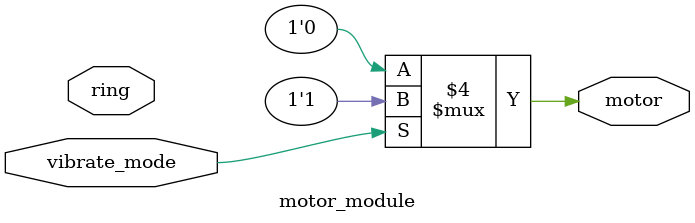
<source format=sv>
module top_module(
	input ring,
	input vibrate_mode,
	output ringer,
	output motor
);

	// Instantiate the ringer and motor modules
	ringer_module ringer_inst(
		.ring(ring),
		.vibrate_mode(vibrate_mode),
		.ringer(ringer)
	);
	
	motor_module motor_inst(
		.ring(ring),
		.vibrate_mode(vibrate_mode),
		.motor(motor)
	);
	
endmodule
module ringer_module(
	input ring,
	input vibrate_mode,
	output ringer
);

	// Implement the logic for the ringer module
	always @(ring, vibrate_mode)
	begin
		if (vibrate_mode == 1)
			ringer <= 0;
		else
			ringer <= ring;
	end
	
endmodule
module motor_module(
	input ring,
	input vibrate_mode,
	output motor
);

	// Implement the logic for the motor module
	always @(ring, vibrate_mode)
	begin
		if (vibrate_mode == 1)
			motor <= 1;
		else
			motor <= 0;
	end
	
endmodule

</source>
